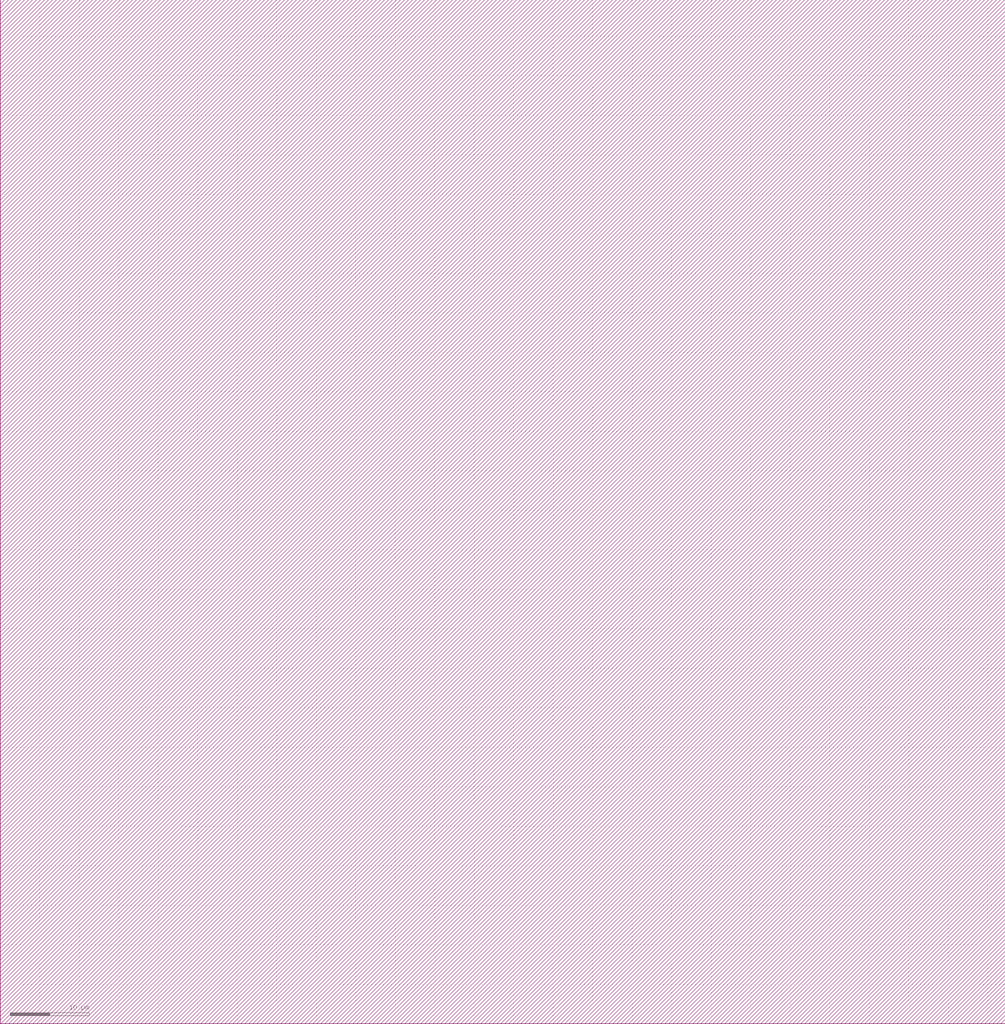
<source format=lef>
VERSION 5.6 ;

BUSBITCHARS "[]" ;

DIVIDERCHAR "/" ;

UNITS
    DATABASE MICRONS 1000 ;
END UNITS

MANUFACTURINGGRID 0.005000 ; 

CLEARANCEMEASURE EUCLIDEAN ; 

USEMINSPACING OBS ON ; 

SITE CoreSite
    CLASS CORE ;
    SIZE 0.600000 BY 0.300000 ;
END CoreSite

LAYER li
   TYPE ROUTING ;
   DIRECTION VERTICAL ;
   MINWIDTH 0.300000 ;
   AREA 0.056250 ;
   WIDTH 0.300000 ;
   SPACINGTABLE
      PARALLELRUNLENGTH 0.0
      WIDTH 0.0 0.225000 ;
   PITCH 0.600000 0.600000 ;
END li

LAYER mcon
    TYPE CUT ;
    SPACING 0.225000 ;
    WIDTH 0.300000 ;
    ENCLOSURE ABOVE 0.075000 0.075000 ;
    ENCLOSURE BELOW 0.000000 0.000000 ;
END mcon

LAYER met1
   TYPE ROUTING ;
   DIRECTION HORIZONTAL ;
   MINWIDTH 0.150000 ;
   AREA 0.084375 ;
   WIDTH 0.150000 ;
   SPACINGTABLE
      PARALLELRUNLENGTH 0.0
      WIDTH 0.0 0.150000 ;
   PITCH 0.300000 0.300000 ;
END met1

LAYER v1
    TYPE CUT ;
    SPACING 0.075000 ;
    WIDTH 0.300000 ;
    ENCLOSURE ABOVE 0.075000 0.075000 ;
    ENCLOSURE BELOW 0.075000 0.075000 ;
END v1

LAYER met2
   TYPE ROUTING ;
   DIRECTION VERTICAL ;
   MINWIDTH 0.150000 ;
   AREA 0.073125 ;
   WIDTH 0.150000 ;
   SPACINGTABLE
      PARALLELRUNLENGTH 0.0
      WIDTH 0.0 0.150000 ;
   PITCH 0.300000 0.300000 ;
END met2

LAYER v2
    TYPE CUT ;
    SPACING 0.150000 ;
    WIDTH 0.300000 ;
    ENCLOSURE ABOVE 0.075000 0.075000 ;
    ENCLOSURE BELOW 0.075000 0.000000 ;
END v2

LAYER met3
   TYPE ROUTING ;
   DIRECTION HORIZONTAL ;
   MINWIDTH 0.300000 ;
   AREA 0.241875 ;
   WIDTH 0.300000 ;
   SPACINGTABLE
      PARALLELRUNLENGTH 0.0
      WIDTH 0.0 0.300000 ;
   PITCH 0.600000 0.600000 ;
END met3

LAYER v3
    TYPE CUT ;
    SPACING 0.150000 ;
    WIDTH 0.450000 ;
    ENCLOSURE ABOVE 0.075000 0.075000 ;
    ENCLOSURE BELOW 0.075000 0.000000 ;
END v3

LAYER met4
   TYPE ROUTING ;
   DIRECTION VERTICAL ;
   MINWIDTH 0.300000 ;
   AREA 0.241875 ;
   WIDTH 0.300000 ;
   SPACINGTABLE
      PARALLELRUNLENGTH 0.0
      WIDTH 0.0 0.300000 ;
   PITCH 0.600000 0.600000 ;
END met4

LAYER v4
    TYPE CUT ;
    SPACING 0.450000 ;
    WIDTH 1.200000 ;
    ENCLOSURE ABOVE 0.150000 0.150000 ;
    ENCLOSURE BELOW 0.000000 0.000000 ;
END v4

LAYER met5
   TYPE ROUTING ;
   DIRECTION HORIZONTAL ;
   MINWIDTH 1.650000 ;
   AREA 4.005000 ;
   WIDTH 1.650000 ;
   SPACINGTABLE
      PARALLELRUNLENGTH 0.0
      WIDTH 0.0 1.650000 ;
   PITCH 3.300000 3.300000 ;
END met5

LAYER OVERLAP
   TYPE OVERLAP ;
END OVERLAP

VIA mcon_C DEFAULT
   LAYER li ;
     RECT -0.150000 -0.150000 0.150000 0.150000 ;
   LAYER mcon ;
     RECT -0.150000 -0.150000 0.150000 0.150000 ;
   LAYER met1 ;
     RECT -0.225000 -0.225000 0.225000 0.225000 ;
END mcon_C

VIA v1_C DEFAULT
   LAYER met1 ;
     RECT -0.225000 -0.225000 0.225000 0.225000 ;
   LAYER v1 ;
     RECT -0.150000 -0.150000 0.150000 0.150000 ;
   LAYER met2 ;
     RECT -0.225000 -0.225000 0.225000 0.225000 ;
END v1_C

VIA v2_C DEFAULT
   LAYER met2 ;
     RECT -0.150000 -0.225000 0.150000 0.225000 ;
   LAYER v2 ;
     RECT -0.150000 -0.150000 0.150000 0.150000 ;
   LAYER met3 ;
     RECT -0.225000 -0.225000 0.225000 0.225000 ;
END v2_C

VIA v2_Ch
   LAYER met2 ;
     RECT -0.225000 -0.150000 0.225000 0.150000 ;
   LAYER v2 ;
     RECT -0.150000 -0.150000 0.150000 0.150000 ;
   LAYER met3 ;
     RECT -0.225000 -0.225000 0.225000 0.225000 ;
END v2_Ch

VIA v2_Cv
   LAYER met2 ;
     RECT -0.150000 -0.225000 0.150000 0.225000 ;
   LAYER v2 ;
     RECT -0.150000 -0.150000 0.150000 0.150000 ;
   LAYER met3 ;
     RECT -0.225000 -0.225000 0.225000 0.225000 ;
END v2_Cv

VIA v3_C DEFAULT
   LAYER met3 ;
     RECT -0.300000 -0.225000 0.300000 0.225000 ;
   LAYER v3 ;
     RECT -0.225000 -0.225000 0.225000 0.225000 ;
   LAYER met4 ;
     RECT -0.300000 -0.300000 0.300000 0.300000 ;
END v3_C

VIA v3_Ch
   LAYER met3 ;
     RECT -0.300000 -0.225000 0.300000 0.225000 ;
   LAYER v3 ;
     RECT -0.225000 -0.225000 0.225000 0.225000 ;
   LAYER met4 ;
     RECT -0.300000 -0.300000 0.300000 0.300000 ;
END v3_Ch

VIA v3_Cv
   LAYER met3 ;
     RECT -0.300000 -0.225000 0.300000 0.225000 ;
   LAYER v3 ;
     RECT -0.225000 -0.225000 0.225000 0.225000 ;
   LAYER met4 ;
     RECT -0.300000 -0.300000 0.300000 0.300000 ;
END v3_Cv

VIA v4_C DEFAULT
   LAYER met4 ;
     RECT -0.600000 -0.600000 0.600000 0.600000 ;
   LAYER v4 ;
     RECT -0.600000 -0.600000 0.600000 0.600000 ;
   LAYER met5 ;
     RECT -0.750000 -0.750000 0.750000 0.750000 ;
END v4_C

MACRO _0_0std_0_0cells_0_0FAX1
    CLASS CORE ;
    FOREIGN _0_0std_0_0cells_0_0FAX1 0.000000 0.000000 ;
    ORIGIN 0.000000 0.000000 ;
    SIZE 10.200000 BY 7.500000 ;
    SYMMETRY X Y ;
    SITE CoreSite ;
    PIN A
        DIRECTION INPUT ;
        USE SIGNAL ;
        PORT
        LAYER li ;
        RECT 0.600000 7.275000 0.900000 7.350000 ;
        RECT 0.600000 7.050000 0.675000 7.275000 ;
        RECT 0.600000 5.400000 0.900000 7.050000 ;
        RECT 0.675000 7.050000 0.900000 7.275000 ;
        RECT 2.250000 7.275000 2.475000 7.350000 ;
        RECT 2.250000 7.050000 2.475000 7.275000 ;
        RECT 2.250000 6.975000 2.475000 7.050000 ;
        RECT 3.300000 7.275000 3.525000 7.350000 ;
        RECT 3.300000 7.050000 3.525000 7.275000 ;
        RECT 3.300000 6.975000 3.525000 7.050000 ;
        RECT 5.175000 7.275000 5.400000 7.350000 ;
        RECT 5.175000 7.050000 5.400000 7.275000 ;
        RECT 5.175000 6.975000 5.400000 7.050000 ;
        RECT 7.275000 7.275000 7.500000 7.350000 ;
        RECT 7.275000 7.050000 7.500000 7.275000 ;
        RECT 7.275000 6.975000 7.500000 7.050000 ;
        LAYER mcon ;
        RECT 0.675000 7.050000 0.900000 7.275000 ;
        RECT 2.250000 7.050000 2.475000 7.275000 ;
        RECT 3.300000 7.050000 3.525000 7.275000 ;
        RECT 5.175000 7.050000 5.400000 7.275000 ;
        RECT 7.275000 7.050000 7.500000 7.275000 ;
        LAYER met1 ;
        RECT 0.600000 7.275000 7.575000 7.350000 ;
        RECT 0.600000 7.050000 0.675000 7.275000 ;
        RECT 0.600000 6.975000 7.575000 7.050000 ;
        RECT 0.675000 7.050000 0.900000 7.275000 ;
        RECT 0.900000 7.050000 2.250000 7.275000 ;
        RECT 2.250000 7.050000 2.475000 7.275000 ;
        RECT 2.475000 7.050000 3.300000 7.275000 ;
        RECT 3.300000 7.050000 3.525000 7.275000 ;
        RECT 3.525000 7.050000 5.175000 7.275000 ;
        RECT 5.175000 7.050000 5.400000 7.275000 ;
        RECT 5.400000 7.050000 7.275000 7.275000 ;
        RECT 7.275000 7.050000 7.500000 7.275000 ;
        RECT 7.500000 7.050000 7.575000 7.275000 ;
        END
        ANTENNAGATEAREA 2.182500 ;
    END A
    PIN B
        DIRECTION INPUT ;
        USE SIGNAL ;
        PORT
        LAYER li ;
        RECT 1.650000 6.675000 1.875000 6.750000 ;
        RECT 1.650000 6.450000 1.875000 6.675000 ;
        RECT 1.650000 6.375000 1.875000 6.450000 ;
        RECT 2.700000 6.675000 2.925000 6.750000 ;
        RECT 2.700000 6.450000 2.925000 6.675000 ;
        RECT 2.700000 6.375000 2.925000 6.450000 ;
        RECT 3.750000 6.675000 3.975000 6.750000 ;
        RECT 3.750000 6.450000 3.975000 6.675000 ;
        RECT 3.750000 6.375000 3.975000 6.450000 ;
        RECT 4.800000 6.675000 5.100000 6.750000 ;
        RECT 4.800000 6.450000 5.025000 6.675000 ;
        RECT 4.800000 5.400000 5.100000 6.450000 ;
        RECT 5.025000 6.450000 5.100000 6.675000 ;
        RECT 6.675000 7.275000 6.900000 7.350000 ;
        RECT 6.675000 7.050000 6.900000 7.275000 ;
        RECT 6.675000 6.675000 6.900000 7.050000 ;
        RECT 6.675000 6.450000 6.900000 6.675000 ;
        LAYER mcon ;
        RECT 1.650000 6.450000 1.875000 6.675000 ;
        RECT 2.700000 6.450000 2.925000 6.675000 ;
        RECT 3.750000 6.450000 3.975000 6.675000 ;
        RECT 4.800000 6.450000 5.025000 6.675000 ;
        RECT 6.675000 6.450000 6.900000 6.675000 ;
        LAYER met1 ;
        RECT 1.575000 6.675000 6.975000 6.750000 ;
        RECT 1.575000 6.450000 1.650000 6.675000 ;
        RECT 1.575000 6.375000 6.975000 6.450000 ;
        RECT 1.650000 6.450000 1.875000 6.675000 ;
        RECT 1.875000 6.450000 2.700000 6.675000 ;
        RECT 2.700000 6.450000 2.925000 6.675000 ;
        RECT 2.925000 6.450000 3.750000 6.675000 ;
        RECT 3.750000 6.450000 3.975000 6.675000 ;
        RECT 3.975000 6.450000 4.800000 6.675000 ;
        RECT 4.800000 6.450000 5.025000 6.675000 ;
        RECT 5.025000 6.450000 6.675000 6.675000 ;
        RECT 6.675000 6.450000 6.900000 6.675000 ;
        RECT 6.900000 6.450000 6.975000 6.675000 ;
        END
        ANTENNAGATEAREA 2.137500 ;
    END B
    PIN C
        DIRECTION INPUT ;
        USE SIGNAL ;
        PORT
        LAYER li ;
        RECT 1.125000 6.075000 1.350000 6.150000 ;
        RECT 1.125000 5.850000 1.350000 6.075000 ;
        RECT 1.125000 5.775000 1.350000 5.850000 ;
        RECT 4.350000 6.450000 4.575000 6.525000 ;
        RECT 4.350000 6.225000 4.575000 6.450000 ;
        RECT 4.350000 6.075000 4.575000 6.225000 ;
        RECT 4.350000 5.850000 4.575000 6.075000 ;
        RECT 4.350000 5.775000 4.575000 5.850000 ;
        RECT 5.400000 6.075000 5.700000 6.150000 ;
        RECT 5.400000 5.850000 5.625000 6.075000 ;
        RECT 5.400000 5.400000 5.700000 5.850000 ;
        RECT 5.625000 5.850000 5.700000 6.075000 ;
        RECT 6.075000 7.275000 6.300000 7.350000 ;
        RECT 6.075000 7.050000 6.300000 7.275000 ;
        RECT 6.075000 6.075000 6.300000 7.050000 ;
        RECT 6.075000 5.850000 6.300000 6.075000 ;
        RECT 6.075000 5.775000 6.300000 5.850000 ;
        LAYER mcon ;
        RECT 1.125000 5.850000 1.350000 6.075000 ;
        RECT 4.350000 5.850000 4.575000 6.075000 ;
        RECT 5.400000 5.850000 5.625000 6.075000 ;
        RECT 6.075000 5.850000 6.300000 6.075000 ;
        LAYER met1 ;
        RECT 1.050000 6.075000 6.375000 6.150000 ;
        RECT 1.050000 5.850000 1.125000 6.075000 ;
        RECT 1.050000 5.775000 6.375000 5.850000 ;
        RECT 1.125000 5.850000 1.350000 6.075000 ;
        RECT 1.350000 5.850000 4.350000 6.075000 ;
        RECT 4.350000 5.850000 4.575000 6.075000 ;
        RECT 4.575000 5.850000 5.400000 6.075000 ;
        RECT 5.400000 5.850000 5.625000 6.075000 ;
        RECT 5.625000 5.850000 6.075000 6.075000 ;
        RECT 6.075000 5.850000 6.300000 6.075000 ;
        RECT 6.300000 5.850000 6.375000 6.075000 ;
        END
        ANTENNAGATEAREA 1.631250 ;
    END C
    PIN YC
        DIRECTION OUTPUT ;
        USE SIGNAL ;
        PORT
        LAYER li ;
        RECT 7.800000 3.450000 8.100000 3.900000 ;
        RECT 7.800000 3.225000 8.025000 3.450000 ;
        RECT 7.800000 2.325000 8.100000 3.225000 ;
        RECT 7.800000 2.100000 8.025000 2.325000 ;
        RECT 7.800000 2.025000 8.100000 2.100000 ;
        RECT 8.025000 3.225000 8.100000 3.450000 ;
        RECT 8.025000 2.100000 8.100000 2.325000 ;
        END
        ANTENNADIFFAREA 0.393750 ;
    END YC
    PIN YS
        DIRECTION OUTPUT ;
        USE SIGNAL ;
        PORT
        LAYER li ;
        RECT 8.400000 3.450000 8.850000 3.900000 ;
        RECT 8.400000 3.225000 8.625000 3.450000 ;
        RECT 8.400000 2.775000 8.850000 3.225000 ;
        RECT 8.400000 2.550000 9.375000 2.775000 ;
        RECT 8.625000 3.225000 8.850000 3.450000 ;
        RECT 9.150000 2.325000 9.375000 2.550000 ;
        RECT 9.150000 2.100000 9.375000 2.325000 ;
        RECT 9.150000 2.025000 9.375000 2.100000 ;
        END
        ANTENNADIFFAREA 0.393750 ;
    END YS
    PIN Vdd
        DIRECTION INPUT ;
        USE POWER ;
        PORT
        LAYER li ;
        RECT 0.600000 3.300000 0.900000 3.900000 ;
        RECT 0.600000 3.075000 0.675000 3.300000 ;
        RECT 0.600000 3.000000 0.900000 3.075000 ;
        RECT 0.675000 3.075000 0.900000 3.300000 ;
        RECT 3.525000 3.300000 3.750000 3.375000 ;
        RECT 3.525000 3.075000 3.750000 3.300000 ;
        RECT 3.525000 3.000000 3.750000 3.075000 ;
        RECT 4.650000 3.075000 4.725000 3.300000 ;
        RECT 4.725000 3.075000 4.950000 3.300000 ;
        RECT 4.950000 3.075000 5.025000 3.300000 ;
        RECT 7.275000 3.300000 7.500000 3.375000 ;
        RECT 7.275000 3.075000 7.500000 3.300000 ;
        RECT 7.275000 3.000000 7.500000 3.075000 ;
        RECT 9.150000 3.300000 9.375000 3.375000 ;
        RECT 9.150000 3.075000 9.375000 3.300000 ;
        RECT 9.150000 3.000000 9.375000 3.075000 ;
        LAYER mcon ;
        RECT 0.675000 3.075000 0.900000 3.300000 ;
        RECT 3.525000 3.075000 3.750000 3.300000 ;
        RECT 4.725000 3.075000 4.950000 3.300000 ;
        RECT 7.275000 3.075000 7.500000 3.300000 ;
        RECT 9.150000 3.075000 9.375000 3.300000 ;
        LAYER met1 ;
        RECT 0.600000 3.300000 9.450000 3.375000 ;
        RECT 0.600000 3.075000 0.675000 3.300000 ;
        RECT 0.600000 3.000000 9.450000 3.075000 ;
        RECT 0.675000 3.075000 0.900000 3.300000 ;
        RECT 0.900000 3.075000 3.525000 3.300000 ;
        RECT 3.525000 3.075000 3.750000 3.300000 ;
        RECT 3.750000 3.075000 4.725000 3.300000 ;
        RECT 4.725000 3.075000 4.950000 3.300000 ;
        RECT 4.950000 3.075000 7.275000 3.300000 ;
        RECT 7.275000 3.075000 7.500000 3.300000 ;
        RECT 7.500000 3.075000 9.150000 3.300000 ;
        RECT 9.150000 3.075000 9.375000 3.300000 ;
        RECT 9.375000 3.075000 9.450000 3.300000 ;
        END
        ANTENNADIFFAREA 4.365000 ;
    END Vdd
    PIN GND
        DIRECTION INPUT ;
        USE GROUND ;
        PORT
        LAYER li ;
        RECT 2.400000 2.250000 2.625000 2.325000 ;
        RECT 2.400000 2.025000 2.625000 2.250000 ;
        RECT 2.400000 1.200000 2.625000 2.025000 ;
        RECT 2.400000 0.900000 2.700000 1.200000 ;
        RECT 3.525000 2.250000 3.750000 2.325000 ;
        RECT 3.525000 2.025000 3.750000 2.250000 ;
        RECT 3.525000 1.950000 3.750000 2.025000 ;
        RECT 4.650000 2.025000 4.725000 2.250000 ;
        RECT 4.725000 2.025000 4.950000 2.250000 ;
        RECT 4.950000 2.025000 5.025000 2.250000 ;
        RECT 7.275000 2.250000 7.500000 2.325000 ;
        RECT 7.275000 2.025000 7.500000 2.250000 ;
        RECT 7.275000 1.950000 7.500000 2.025000 ;
        RECT 8.625000 2.250000 8.850000 2.325000 ;
        RECT 8.625000 2.025000 8.850000 2.250000 ;
        RECT 8.625000 1.950000 8.850000 2.025000 ;
        LAYER mcon ;
        RECT 2.400000 2.025000 2.625000 2.250000 ;
        RECT 3.525000 2.025000 3.750000 2.250000 ;
        RECT 4.725000 2.025000 4.950000 2.250000 ;
        RECT 7.275000 2.025000 7.500000 2.250000 ;
        RECT 8.625000 2.025000 8.850000 2.250000 ;
        LAYER met1 ;
        RECT 2.325000 2.250000 8.925000 2.325000 ;
        RECT 2.325000 2.025000 2.400000 2.250000 ;
        RECT 2.325000 1.950000 8.925000 2.025000 ;
        RECT 2.400000 2.025000 2.625000 2.250000 ;
        RECT 2.625000 2.025000 3.525000 2.250000 ;
        RECT 3.525000 2.025000 3.750000 2.250000 ;
        RECT 3.750000 2.025000 4.725000 2.250000 ;
        RECT 4.725000 2.025000 4.950000 2.250000 ;
        RECT 4.950000 2.025000 7.275000 2.250000 ;
        RECT 7.275000 2.025000 7.500000 2.250000 ;
        RECT 7.500000 2.025000 8.625000 2.250000 ;
        RECT 8.625000 2.025000 8.850000 2.250000 ;
        RECT 8.850000 2.025000 8.925000 2.250000 ;
        END
        ANTENNADIFFAREA 2.340000 ;
    END GND
    OBS
        LAYER li ;
        RECT 0.675000 2.025000 0.900000 2.100000 ;
        RECT 0.675000 1.800000 0.900000 2.025000 ;
        RECT 0.675000 1.725000 0.900000 1.800000 ;
        RECT 0.675000 1.500000 0.900000 1.725000 ;
        RECT 0.675000 1.425000 0.900000 1.500000 ;
        RECT 1.125000 3.450000 1.200000 3.675000 ;
        RECT 1.200000 3.450000 1.425000 3.675000 ;
        RECT 1.275000 1.950000 1.500000 2.025000 ;
        RECT 1.275000 1.725000 1.500000 1.950000 ;
        RECT 1.275000 0.675000 1.500000 1.725000 ;
        RECT 1.275000 0.450000 1.500000 0.675000 ;
        RECT 1.275000 0.375000 1.500000 0.450000 ;
        RECT 1.425000 3.450000 2.400000 3.675000 ;
        RECT 2.400000 3.450000 2.625000 3.675000 ;
        RECT 2.625000 3.450000 2.700000 3.675000 ;
        RECT 1.800000 3.000000 1.875000 3.225000 ;
        RECT 1.800000 0.675000 2.175000 3.000000 ;
        RECT 1.800000 0.450000 1.875000 0.675000 ;
        RECT 1.800000 0.375000 2.175000 0.450000 ;
        RECT 1.875000 3.000000 2.100000 3.225000 ;
        RECT 1.875000 0.450000 2.100000 0.675000 ;
        RECT 2.100000 3.000000 2.175000 3.225000 ;
        RECT 2.100000 0.450000 2.175000 0.675000 ;
        RECT 2.925000 2.025000 3.150000 2.100000 ;
        RECT 2.925000 1.800000 3.150000 2.025000 ;
        RECT 2.925000 1.725000 3.150000 1.800000 ;
        RECT 2.925000 1.500000 3.150000 1.725000 ;
        RECT 2.925000 1.425000 3.150000 1.500000 ;
        RECT 4.050000 3.525000 4.125000 3.750000 ;
        RECT 4.050000 1.575000 4.125000 1.800000 ;
        RECT 4.125000 3.525000 4.350000 3.750000 ;
        RECT 4.125000 1.575000 4.350000 1.800000 ;
        RECT 4.350000 3.525000 5.325000 3.750000 ;
        RECT 4.350000 1.575000 5.325000 1.800000 ;
        RECT 5.325000 3.525000 5.550000 3.750000 ;
        RECT 5.325000 1.575000 5.550000 1.800000 ;
        RECT 5.550000 3.525000 5.625000 3.750000 ;
        RECT 5.550000 1.575000 5.625000 1.800000 ;
        RECT 5.625000 0.450000 5.700000 0.675000 ;
        RECT 5.700000 0.450000 5.925000 0.675000 ;
        RECT 5.925000 0.450000 6.000000 0.675000 ;
        RECT 6.000000 3.225000 6.225000 3.300000 ;
        RECT 6.000000 3.000000 6.225000 3.225000 ;
        RECT 6.000000 1.725000 6.225000 3.000000 ;
        RECT 6.000000 1.500000 6.225000 1.725000 ;
        RECT 6.000000 1.425000 6.225000 1.500000 ;
        RECT 7.575000 0.450000 7.650000 0.675000 ;
        RECT 7.650000 0.450000 7.875000 0.675000 ;
        RECT 7.875000 0.450000 7.950000 0.675000 ;
        RECT 8.700000 1.500000 8.775000 1.725000 ;
        RECT 8.775000 1.500000 9.000000 1.725000 ;
        RECT 9.000000 1.500000 9.075000 1.725000 ;
        LAYER met1 ;
        RECT 0.600000 1.725000 3.225000 1.800000 ;
        RECT 0.600000 1.500000 0.675000 1.725000 ;
        RECT 0.600000 1.425000 3.225000 1.500000 ;
        RECT 0.675000 1.500000 0.900000 1.725000 ;
        RECT 0.900000 1.500000 2.925000 1.725000 ;
        RECT 2.925000 1.500000 3.150000 1.725000 ;
        RECT 3.150000 1.500000 3.225000 1.725000 ;
        RECT 1.200000 0.675000 7.950000 0.750000 ;
        RECT 1.200000 0.450000 1.275000 0.675000 ;
        RECT 1.200000 0.375000 7.950000 0.450000 ;
        RECT 1.275000 0.450000 1.500000 0.675000 ;
        RECT 1.500000 0.450000 1.875000 0.675000 ;
        RECT 1.875000 0.450000 2.100000 0.675000 ;
        RECT 2.100000 0.450000 5.700000 0.675000 ;
        RECT 5.700000 0.450000 5.925000 0.675000 ;
        RECT 5.925000 0.450000 7.650000 0.675000 ;
        RECT 7.650000 0.450000 7.875000 0.675000 ;
        RECT 7.875000 0.450000 7.950000 0.675000 ;
        RECT 5.925000 1.725000 9.075000 1.800000 ;
        RECT 5.925000 1.500000 6.000000 1.725000 ;
        RECT 5.925000 1.425000 9.075000 1.500000 ;
        RECT 6.000000 1.500000 6.225000 1.725000 ;
        RECT 6.225000 1.500000 8.775000 1.725000 ;
        RECT 8.775000 1.500000 9.000000 1.725000 ;
        RECT 9.000000 1.500000 9.075000 1.725000 ;
    END
END _0_0std_0_0cells_0_0FAX1

MACRO welltap_svt
    CLASS CORE WELLTAP ;
    FOREIGN welltap_svt 0.000000 0.000000 ;
    ORIGIN 0.000000 0.000000 ;
    SIZE 1.200000 BY 2.100000 ;
    SYMMETRY X Y ;
    SITE CoreSite ;
    PIN Vdd
        DIRECTION INPUT ;
        USE POWER ;
        PORT
        LAYER li ;
        RECT 0.600000 1.500000 0.900000 1.800000 ;
        END
    END Vdd
    PIN GND
        DIRECTION INPUT ;
        USE GROUND ;
        PORT
        LAYER li ;
        RECT 0.600000 0.300000 0.900000 0.600000 ;
        END
    END GND
END welltap_svt

MACRO circuitppnp
   CLASS CORE ;
   FOREIGN circuitppnp 0.000000 0.000000 ;
   ORIGIN 0.000000 0.000000 ; 
   SIZE 127.200000 BY 129.600000 ; 
   SYMMETRY X Y ;
   SITE CoreSite ;
END circuitppnp

MACRO circuitwell
   CLASS CORE ;
   FOREIGN circuitwell 0.000000 0.000000 ;
   ORIGIN 0.000000 0.000000 ; 
   SIZE 127.200000 BY 129.600000 ; 
   SYMMETRY X Y ;
   SITE CoreSite ;
END circuitwell


</source>
